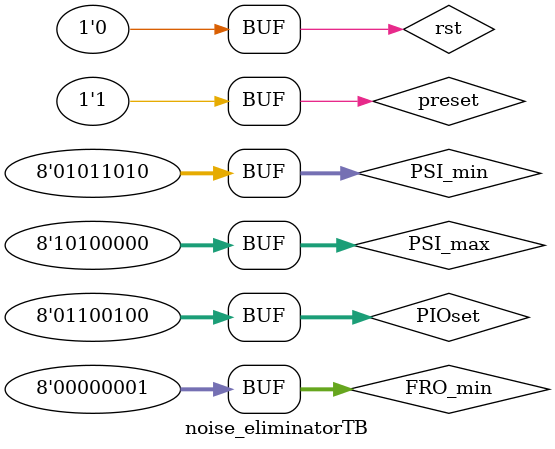
<source format=v>
`timescale 1ps/1ps
module noise_eliminatorTB();

reg rst,preset;
reg [7:0] PSI_min,PSI_max,PIOset,FRO_min;
wire [7:0] setPeriod;
wire [7:0] adjusted;
wire fail;
wire clk,ring_up,up;

divide_counter1 div(fail,clk,rst,ring_up,FRO_min,PIOset,PSI_max,PSI_min,adjusted,up,preset,setPeriod);

inverter #(5,41000)inv1(1'b1,up);//24Hz signal
inverter #(5,15000)inv2(1'b1,clk);//100Hz signal
inverter #(5,1000000)inv3(1'b1,ring_up);//10Hz signal

reg power;

initial begin
rst = 1'b1;
#10
rst = 1'b0;
preset = 1'b0;
PSI_min = 8'b01011010;
PSI_max = 8'b10100000;
PIOset = 8'b01100100;
FRO_min = 8'b00000001;
#1000 
preset = 1'b1;
//////
rst = 1'b1;
#10
rst = 1'b0;
preset = 1'b0;
PSI_min = 8'b01011010;
PSI_max = 8'b10100000;
PIOset = 8'b01100100;
FRO_min = 8'b00000001;
#1000 
preset = 1'b1;

end

endmodule
</source>
